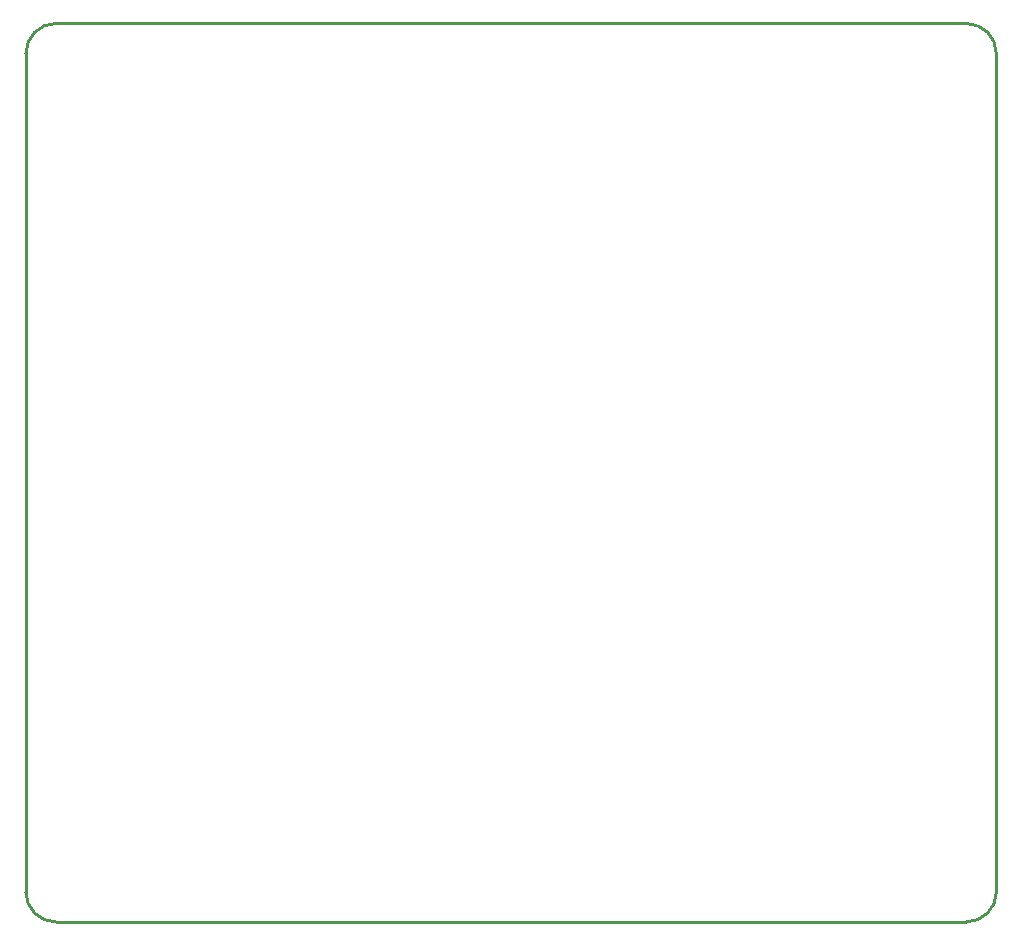
<source format=gm1>
G04*
G04 #@! TF.GenerationSoftware,Altium Limited,Altium Designer,22.1.2 (22)*
G04*
G04 Layer_Color=16711935*
%FSLAX25Y25*%
%MOIN*%
G70*
G04*
G04 #@! TF.SameCoordinates,1384077E-11D3-43F0-9A77-4EE49B0B0899*
G04*
G04*
G04 #@! TF.FilePolarity,Positive*
G04*
G01*
G75*
%ADD63C,0.01000*%
D63*
X458000Y462000D02*
G03*
X448000Y472000I-10000J0D01*
G01*
Y172500D02*
G03*
X458000Y182500I0J10000D01*
G01*
X144500Y472000D02*
G03*
X134500Y462000I0J-10000D01*
G01*
Y182500D02*
G03*
X144500Y172500I10000J0D01*
G01*
X448000D01*
X144500Y472000D02*
X448000D01*
X458000Y182500D02*
Y462000D01*
X134500Y182500D02*
Y462000D01*
M02*

</source>
